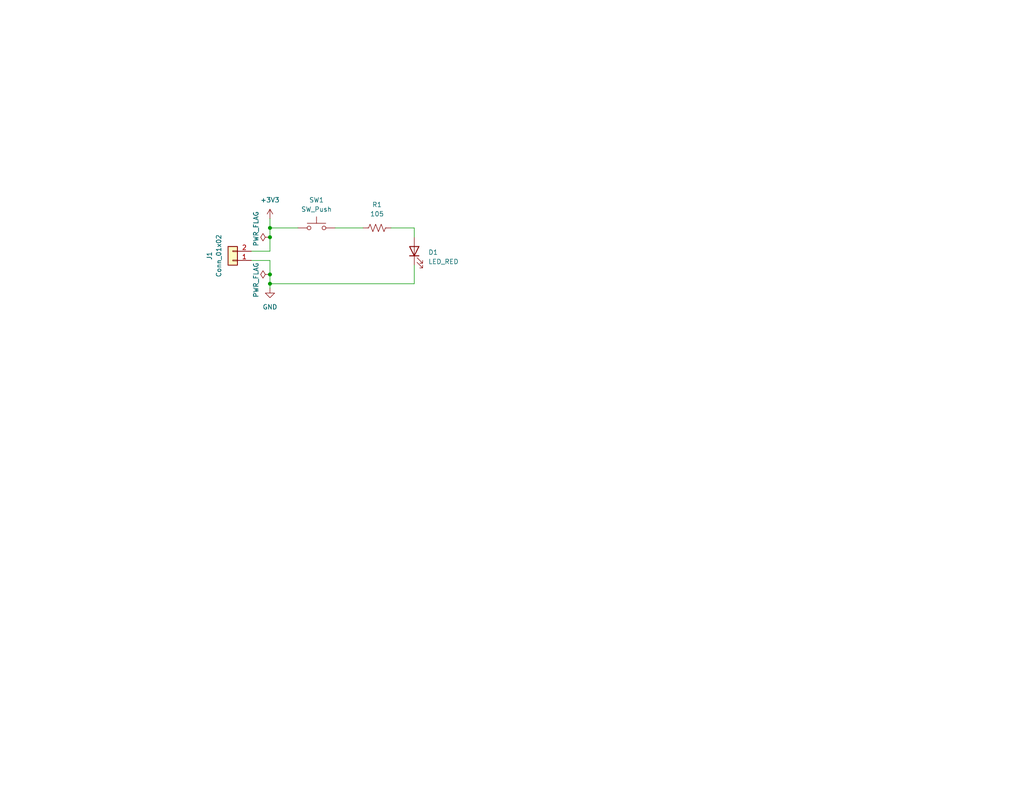
<source format=kicad_sch>
(kicad_sch (version 20230121) (generator eeschema)
  (paper "USLetter")
  (title_block (title "LED Project") (date "2023-09-06") (rev "1.0") (company "Illini Solar Car") (comment 1 "Designed By: Hrishikesh Deshpande"))
  (lib_symbols
    (symbol "Connector_Generic:Conn_01x02" (pin_names (offset 1.016) hide)
      (property "Reference" "J" (at 0 2.54 0))
      (property "Value" "Conn_01x02" (at 0 -5.08 0))
      (symbol "Conn_01x02_1_1"
        (rectangle (start -1.27 -2.413) (end 0 -2.667) (stroke (width 0.1524)))
        (rectangle (start -1.27 0.127) (end 0 -0.127) (stroke (width 0.1524)))
        (rectangle (start -1.27 1.27) (end 1.27 -3.81) (stroke (width 0.254)) (fill (type background)))
        (pin passive line (at -5.08 0 0) (length 3.81) (name "Pin_1") (number "1"))
        (pin passive line (at -5.08 -2.54 0) (length 3.81) (name "Pin_2") (number "2"))
      )
    )
    (symbol "Switch:SW_Push" (pin_numbers hide) (pin_names (offset 1.016) hide)
      (property "Reference" "SW" (at 1.27 2.54 0))
      (property "Value" "SW_Push" (at 0 -1.524 0))
      (symbol "SW_Push_0_1"
        (circle (center -2.032 0) (radius 0.508))
        (polyline (pts (xy 0 1.27) (xy 0 3.048)))
        (polyline (pts (xy 2.54 1.27) (xy -2.54 1.27)))
        (circle (center 2.032 0) (radius 0.508))
        (pin passive line (at -5.08 0 0) (length 2.54) (name "1") (number "1"))
        (pin passive line (at 5.08 0 180) (length 2.54) (name "2") (number "2"))
      )
    )
    (symbol "device:LED" (pin_numbers hide) (pin_names (offset 1.016) hide)
      (property "Reference" "D" (at 0 2.54 0))
      (property "Value" "LED" (at 0 -2.54 0))
      (symbol "LED_0_1"
        (polyline (pts (xy -1.27 -1.27) (xy -1.27 1.27)) (stroke (width 0.254)))
        (polyline (pts (xy -1.27 0) (xy 1.27 0)))
        (polyline (pts (xy 1.27 -1.27) (xy 1.27 1.27) (xy -1.27 0) (xy 1.27 -1.27)) (stroke (width 0.254)))
        (polyline (pts (xy -3.048 -0.762) (xy -4.572 -2.286) (xy -3.81 -2.286) (xy -4.572 -2.286) (xy -4.572 -1.524)))
        (polyline (pts (xy -1.778 -0.762) (xy -3.302 -2.286) (xy -2.54 -2.286) (xy -3.302 -2.286) (xy -3.302 -1.524)))
      )
      (symbol "LED_1_1"
        (pin passive line (at -3.81 0 0) (length 2.54) (name "K") (number "1"))
        (pin passive line (at 3.81 0 180) (length 2.54) (name "A") (number "2"))
      )
    )
    (symbol "device:R_US" (pin_numbers hide) (pin_names (offset 0))
      (property "Reference" "R" (at 2.54 0 90))
      (property "Value" "R_US" (at -2.54 0 90))
      (symbol "R_US_0_1"
        (polyline (pts (xy 0 -2.286) (xy 0 -2.54)))
        (polyline (pts (xy 0 2.286) (xy 0 2.54)))
        (polyline (pts (xy 0 -0.762) (xy 1.016 -1.143) (xy 0 -1.524) (xy -1.016 -1.905) (xy 0 -2.286)))
        (polyline (pts (xy 0 0.762) (xy 1.016 0.381) (xy 0 0) (xy -1.016 -0.381) (xy 0 -0.762)))
        (polyline (pts (xy 0 2.286) (xy 1.016 1.905) (xy 0 1.524) (xy -1.016 1.143) (xy 0 0.762)))
      )
      (symbol "R_US_1_1"
        (pin passive line (at 0 3.81 270) (length 1.27) (name "~") (number "1"))
        (pin passive line (at 0 -3.81 90) (length 1.27) (name "~") (number "2"))
      )
    )
    (symbol "power:+3V3" (power) (pin_names (offset 0))
      (property "Value" "+3V3" (at 0 3.556 0))
      (symbol "+3V3_0_1"
        (polyline (pts (xy -0.762 1.27) (xy 0 2.54)))
        (polyline (pts (xy 0 0) (xy 0 2.54)))
        (polyline (pts (xy 0 2.54) (xy 0.762 1.27)))
      )
      (symbol "+3V3_1_1"
        (pin power_in line (at 0 0 90) (length 0) hide (name "+3V3") (number "1"))
      )
    )
    (symbol "power:GND" (power) (pin_names (offset 0))
      (property "Value" "GND" (at 0 -3.81 0))
      (symbol "GND_0_1"
        (polyline (pts (xy 0 0) (xy 0 -1.27) (xy 1.27 -1.27) (xy 0 -2.54) (xy -1.27 -1.27) (xy 0 -1.27)))
      )
      (symbol "GND_1_1"
        (pin power_in line (at 0 0 270) (length 0) hide (name "GND") (number "1"))
      )
    )
    (symbol "power:PWR_FLAG" (power) (pin_numbers hide) (pin_names (offset 0) hide)
      (property "Value" "PWR_FLAG" (at 0 3.81 0))
      (symbol "PWR_FLAG_0_0"
        (pin power_out line (at 0 0 90) (length 0) (name "pwr") (number "1"))
      )
      (symbol "PWR_FLAG_0_1"
        (polyline (pts (xy 0 0) (xy 0 1.27) (xy -1.016 1.905) (xy 0 2.54) (xy 1.016 1.905) (xy 0 1.27)))
      )
    )
  )
  (junction (at 73.66 77.47))
  (junction (at 73.66 62.23))
  (junction (at 73.66 64.77))
  (junction (at 73.66 74.93))
  (wire (pts (xy 73.66 74.93) (xy 73.66 77.47)))
  (wire (pts (xy 73.66 62.23) (xy 81.28 62.23)))
  (wire (pts (xy 91.44 62.23) (xy 99.06 62.23)))
  (wire (pts (xy 113.03 62.23) (xy 113.03 64.77)))
  (wire (pts (xy 73.66 77.47) (xy 113.03 77.47)))
  (wire (pts (xy 68.58 71.12) (xy 73.66 71.12)))
  (wire (pts (xy 113.03 72.39) (xy 113.03 77.47)))
  (wire (pts (xy 73.66 71.12) (xy 73.66 74.93)))
  (wire (pts (xy 73.66 77.47) (xy 73.66 78.74)))
  (wire (pts (xy 106.68 62.23) (xy 113.03 62.23)))
  (wire (pts (xy 73.66 64.77) (xy 73.66 62.23)))
  (wire (pts (xy 73.66 62.23) (xy 73.66 59.69)))
  (wire (pts (xy 73.66 68.58) (xy 73.66 64.77)))
  (wire (pts (xy 68.58 68.58) (xy 73.66 68.58)))
  (symbol (lib_id "power:PWR_FLAG") (at 73.66 74.93 90) (unit 1)
    (property "Reference" "#FLG01" (effects hide))
    (property "Value" "PWR_FLAG" (at 69.85 81.28 0) (effects (justify left)))
  )
  (symbol (lib_id "power:+3V3") (at 73.66 59.69 0) (unit 1)
    (property "Reference" "#PWR01" (effects hide))
    (property "Value" "+3V3" (at 73.66 54.61 0))
  )
  (symbol (lib_id "device:LED") (at 113.03 68.58 90) (unit 1)
    (property "Reference" "D1" (at 116.84 68.8975 90) (effects (justify right)))
    (property "Value" "LED_RED" (at 116.84 71.4375 90) (effects (justify right)))
    (property "Footprint" "layout:LED_0603_Symbol_on_F.SilkS" (effects hide))
  )
  (symbol (lib_id "device:R_US") (at 102.87 62.23 90) (unit 1)
    (property "Reference" "R1" (at 102.87 55.88 90))
    (property "Value" "105" (at 102.87 58.42 90))
    (property "Footprint" "Resistor_SMD:R_0603_1608Metric_Pad0.98x0.95mm_HandSolder" (effects hide))
  )
  (symbol (lib_id "Connector_Generic:Conn_01x02") (at 63.5 71.12 180) (unit 1)
    (property "Reference" "J1" (at 57.15 69.85 90))
    (property "Value" "Conn_01x02" (at 59.69 69.85 90))
    (property "Footprint" "Connector_Molex:Molex_KK-254_AE-6410-02A_1x02_P2.54mm_Vertical" (effects hide))
    (property "Datasheet" "https://tools.molex.com/pdm_docs/sd/022272021_sd.pdf" (effects hide))
    (property "MPN" "0022272021" (effects hide))
  )
  (symbol (lib_id "power:GND") (at 73.66 78.74 0) (unit 1)
    (property "Reference" "#PWR02" (effects hide))
    (property "Value" "GND" (at 73.66 83.82 0))
  )
  (symbol (lib_id "power:PWR_FLAG") (at 73.66 64.77 90) (unit 1)
    (property "Reference" "#FLG02" (effects hide))
    (property "Value" "PWR_FLAG" (at 69.85 67.31 0) (effects (justify left)))
  )
  (symbol (lib_id "Switch:SW_Push") (at 86.36 62.23 0) (unit 1)
    (property "Reference" "SW1" (at 86.36 54.61 0))
    (property "Value" "SW_Push" (at 86.36 57.15 0))
    (property "Footprint" "Button_Switch_SMD:SW_DIP_SPSTx01_Slide_6.7x4.1mm_W8.61mm_P2.54mm_LowProfile" (effects hide))
    (property "Datasheet" "https://www.te.com/usa-en/product-1825910-6.datasheet.pdf" (effects hide))
    (property "MPN" "1825910-6" (effects hide))
  )
)
</source>
